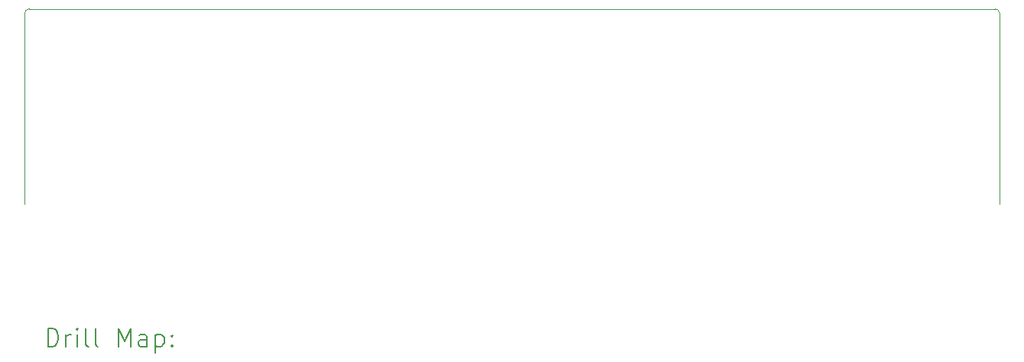
<source format=gbr>
%TF.GenerationSoftware,KiCad,Pcbnew,7.0.9*%
%TF.CreationDate,2024-01-22T22:05:12+01:00*%
%TF.ProjectId,simm72,73696d6d-3732-42e6-9b69-6361645f7063,A*%
%TF.SameCoordinates,Original*%
%TF.FileFunction,Drillmap*%
%TF.FilePolarity,Positive*%
%FSLAX45Y45*%
G04 Gerber Fmt 4.5, Leading zero omitted, Abs format (unit mm)*
G04 Created by KiCad (PCBNEW 7.0.9) date 2024-01-22 22:05:12*
%MOMM*%
%LPD*%
G01*
G04 APERTURE LIST*
%ADD10C,0.050000*%
%ADD11C,0.200000*%
G04 APERTURE END LIST*
D10*
X5153300Y-8115500D02*
G75*
G03*
X5102500Y-8166300I0J-50800D01*
G01*
X15897500Y-8166300D02*
G75*
G03*
X15846700Y-8115500I-50800J0D01*
G01*
X15897500Y-8417760D02*
X15897580Y-10274500D01*
X5102500Y-8417760D02*
X5102500Y-8166300D01*
X15897500Y-8417760D02*
X15897500Y-8166300D01*
X5102500Y-8417760D02*
X5102580Y-10274500D01*
X15846700Y-8115500D02*
X5153300Y-8115500D01*
D11*
X5360777Y-11858484D02*
X5360777Y-11658484D01*
X5360777Y-11658484D02*
X5408396Y-11658484D01*
X5408396Y-11658484D02*
X5436967Y-11668008D01*
X5436967Y-11668008D02*
X5456015Y-11687055D01*
X5456015Y-11687055D02*
X5465539Y-11706103D01*
X5465539Y-11706103D02*
X5475063Y-11744198D01*
X5475063Y-11744198D02*
X5475063Y-11772769D01*
X5475063Y-11772769D02*
X5465539Y-11810865D01*
X5465539Y-11810865D02*
X5456015Y-11829912D01*
X5456015Y-11829912D02*
X5436967Y-11848960D01*
X5436967Y-11848960D02*
X5408396Y-11858484D01*
X5408396Y-11858484D02*
X5360777Y-11858484D01*
X5560777Y-11858484D02*
X5560777Y-11725150D01*
X5560777Y-11763246D02*
X5570301Y-11744198D01*
X5570301Y-11744198D02*
X5579824Y-11734674D01*
X5579824Y-11734674D02*
X5598872Y-11725150D01*
X5598872Y-11725150D02*
X5617920Y-11725150D01*
X5684586Y-11858484D02*
X5684586Y-11725150D01*
X5684586Y-11658484D02*
X5675062Y-11668008D01*
X5675062Y-11668008D02*
X5684586Y-11677531D01*
X5684586Y-11677531D02*
X5694110Y-11668008D01*
X5694110Y-11668008D02*
X5684586Y-11658484D01*
X5684586Y-11658484D02*
X5684586Y-11677531D01*
X5808396Y-11858484D02*
X5789348Y-11848960D01*
X5789348Y-11848960D02*
X5779824Y-11829912D01*
X5779824Y-11829912D02*
X5779824Y-11658484D01*
X5913158Y-11858484D02*
X5894110Y-11848960D01*
X5894110Y-11848960D02*
X5884586Y-11829912D01*
X5884586Y-11829912D02*
X5884586Y-11658484D01*
X6141729Y-11858484D02*
X6141729Y-11658484D01*
X6141729Y-11658484D02*
X6208396Y-11801341D01*
X6208396Y-11801341D02*
X6275062Y-11658484D01*
X6275062Y-11658484D02*
X6275062Y-11858484D01*
X6456015Y-11858484D02*
X6456015Y-11753722D01*
X6456015Y-11753722D02*
X6446491Y-11734674D01*
X6446491Y-11734674D02*
X6427443Y-11725150D01*
X6427443Y-11725150D02*
X6389348Y-11725150D01*
X6389348Y-11725150D02*
X6370301Y-11734674D01*
X6456015Y-11848960D02*
X6436967Y-11858484D01*
X6436967Y-11858484D02*
X6389348Y-11858484D01*
X6389348Y-11858484D02*
X6370301Y-11848960D01*
X6370301Y-11848960D02*
X6360777Y-11829912D01*
X6360777Y-11829912D02*
X6360777Y-11810865D01*
X6360777Y-11810865D02*
X6370301Y-11791817D01*
X6370301Y-11791817D02*
X6389348Y-11782293D01*
X6389348Y-11782293D02*
X6436967Y-11782293D01*
X6436967Y-11782293D02*
X6456015Y-11772769D01*
X6551253Y-11725150D02*
X6551253Y-11925150D01*
X6551253Y-11734674D02*
X6570301Y-11725150D01*
X6570301Y-11725150D02*
X6608396Y-11725150D01*
X6608396Y-11725150D02*
X6627443Y-11734674D01*
X6627443Y-11734674D02*
X6636967Y-11744198D01*
X6636967Y-11744198D02*
X6646491Y-11763246D01*
X6646491Y-11763246D02*
X6646491Y-11820388D01*
X6646491Y-11820388D02*
X6636967Y-11839436D01*
X6636967Y-11839436D02*
X6627443Y-11848960D01*
X6627443Y-11848960D02*
X6608396Y-11858484D01*
X6608396Y-11858484D02*
X6570301Y-11858484D01*
X6570301Y-11858484D02*
X6551253Y-11848960D01*
X6732205Y-11839436D02*
X6741729Y-11848960D01*
X6741729Y-11848960D02*
X6732205Y-11858484D01*
X6732205Y-11858484D02*
X6722682Y-11848960D01*
X6722682Y-11848960D02*
X6732205Y-11839436D01*
X6732205Y-11839436D02*
X6732205Y-11858484D01*
X6732205Y-11734674D02*
X6741729Y-11744198D01*
X6741729Y-11744198D02*
X6732205Y-11753722D01*
X6732205Y-11753722D02*
X6722682Y-11744198D01*
X6722682Y-11744198D02*
X6732205Y-11734674D01*
X6732205Y-11734674D02*
X6732205Y-11753722D01*
M02*

</source>
